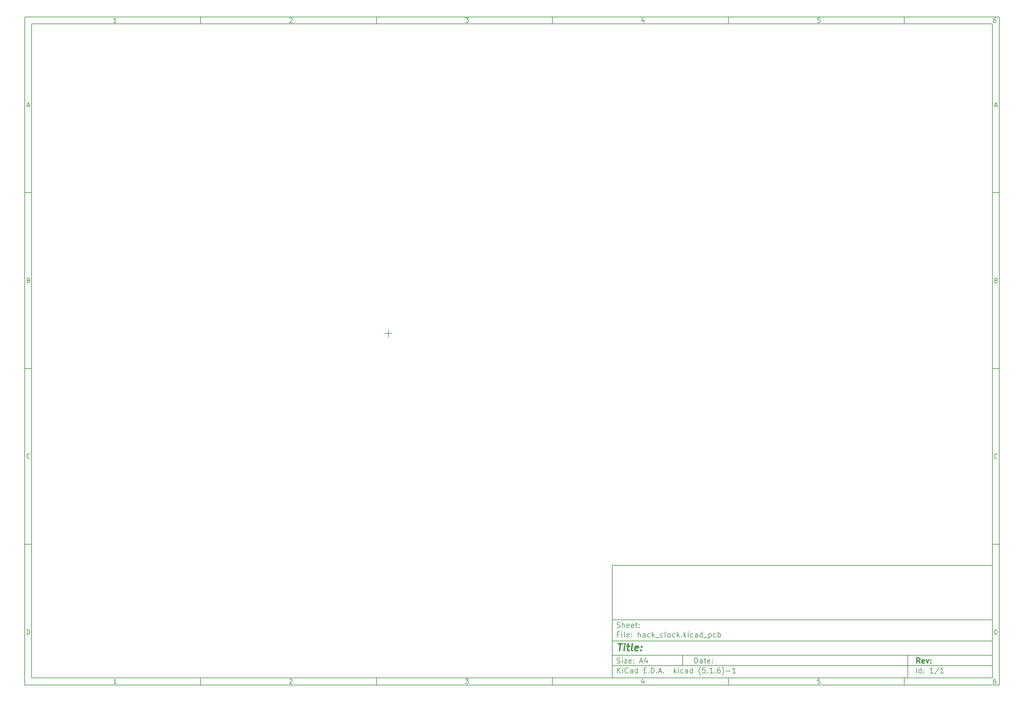
<source format=gbo>
G04 #@! TF.GenerationSoftware,KiCad,Pcbnew,(5.1.6)-1*
G04 #@! TF.CreationDate,2020-07-24T11:40:27+08:00*
G04 #@! TF.ProjectId,hack_clock,6861636b-5f63-46c6-9f63-6b2e6b696361,rev?*
G04 #@! TF.SameCoordinates,Original*
G04 #@! TF.FileFunction,Legend,Bot*
G04 #@! TF.FilePolarity,Positive*
%FSLAX46Y46*%
G04 Gerber Fmt 4.6, Leading zero omitted, Abs format (unit mm)*
G04 Created by KiCad (PCBNEW (5.1.6)-1) date 2020-07-24 11:40:27*
%MOMM*%
%LPD*%
G01*
G04 APERTURE LIST*
%ADD10C,0.150000*%
%ADD11C,0.300000*%
%ADD12C,0.400000*%
%ADD13C,0.200000*%
G04 APERTURE END LIST*
D10*
X177002200Y-166007200D02*
X177002200Y-198007200D01*
X285002200Y-198007200D01*
X285002200Y-166007200D01*
X177002200Y-166007200D01*
X10000000Y-10000000D02*
X10000000Y-200007200D01*
X287002200Y-200007200D01*
X287002200Y-10000000D01*
X10000000Y-10000000D01*
X12000000Y-12000000D02*
X12000000Y-198007200D01*
X285002200Y-198007200D01*
X285002200Y-12000000D01*
X12000000Y-12000000D01*
X60000000Y-12000000D02*
X60000000Y-10000000D01*
X110000000Y-12000000D02*
X110000000Y-10000000D01*
X160000000Y-12000000D02*
X160000000Y-10000000D01*
X210000000Y-12000000D02*
X210000000Y-10000000D01*
X260000000Y-12000000D02*
X260000000Y-10000000D01*
X36065476Y-11588095D02*
X35322619Y-11588095D01*
X35694047Y-11588095D02*
X35694047Y-10288095D01*
X35570238Y-10473809D01*
X35446428Y-10597619D01*
X35322619Y-10659523D01*
X85322619Y-10411904D02*
X85384523Y-10350000D01*
X85508333Y-10288095D01*
X85817857Y-10288095D01*
X85941666Y-10350000D01*
X86003571Y-10411904D01*
X86065476Y-10535714D01*
X86065476Y-10659523D01*
X86003571Y-10845238D01*
X85260714Y-11588095D01*
X86065476Y-11588095D01*
X135260714Y-10288095D02*
X136065476Y-10288095D01*
X135632142Y-10783333D01*
X135817857Y-10783333D01*
X135941666Y-10845238D01*
X136003571Y-10907142D01*
X136065476Y-11030952D01*
X136065476Y-11340476D01*
X136003571Y-11464285D01*
X135941666Y-11526190D01*
X135817857Y-11588095D01*
X135446428Y-11588095D01*
X135322619Y-11526190D01*
X135260714Y-11464285D01*
X185941666Y-10721428D02*
X185941666Y-11588095D01*
X185632142Y-10226190D02*
X185322619Y-11154761D01*
X186127380Y-11154761D01*
X236003571Y-10288095D02*
X235384523Y-10288095D01*
X235322619Y-10907142D01*
X235384523Y-10845238D01*
X235508333Y-10783333D01*
X235817857Y-10783333D01*
X235941666Y-10845238D01*
X236003571Y-10907142D01*
X236065476Y-11030952D01*
X236065476Y-11340476D01*
X236003571Y-11464285D01*
X235941666Y-11526190D01*
X235817857Y-11588095D01*
X235508333Y-11588095D01*
X235384523Y-11526190D01*
X235322619Y-11464285D01*
X285941666Y-10288095D02*
X285694047Y-10288095D01*
X285570238Y-10350000D01*
X285508333Y-10411904D01*
X285384523Y-10597619D01*
X285322619Y-10845238D01*
X285322619Y-11340476D01*
X285384523Y-11464285D01*
X285446428Y-11526190D01*
X285570238Y-11588095D01*
X285817857Y-11588095D01*
X285941666Y-11526190D01*
X286003571Y-11464285D01*
X286065476Y-11340476D01*
X286065476Y-11030952D01*
X286003571Y-10907142D01*
X285941666Y-10845238D01*
X285817857Y-10783333D01*
X285570238Y-10783333D01*
X285446428Y-10845238D01*
X285384523Y-10907142D01*
X285322619Y-11030952D01*
X60000000Y-198007200D02*
X60000000Y-200007200D01*
X110000000Y-198007200D02*
X110000000Y-200007200D01*
X160000000Y-198007200D02*
X160000000Y-200007200D01*
X210000000Y-198007200D02*
X210000000Y-200007200D01*
X260000000Y-198007200D02*
X260000000Y-200007200D01*
X36065476Y-199595295D02*
X35322619Y-199595295D01*
X35694047Y-199595295D02*
X35694047Y-198295295D01*
X35570238Y-198481009D01*
X35446428Y-198604819D01*
X35322619Y-198666723D01*
X85322619Y-198419104D02*
X85384523Y-198357200D01*
X85508333Y-198295295D01*
X85817857Y-198295295D01*
X85941666Y-198357200D01*
X86003571Y-198419104D01*
X86065476Y-198542914D01*
X86065476Y-198666723D01*
X86003571Y-198852438D01*
X85260714Y-199595295D01*
X86065476Y-199595295D01*
X135260714Y-198295295D02*
X136065476Y-198295295D01*
X135632142Y-198790533D01*
X135817857Y-198790533D01*
X135941666Y-198852438D01*
X136003571Y-198914342D01*
X136065476Y-199038152D01*
X136065476Y-199347676D01*
X136003571Y-199471485D01*
X135941666Y-199533390D01*
X135817857Y-199595295D01*
X135446428Y-199595295D01*
X135322619Y-199533390D01*
X135260714Y-199471485D01*
X185941666Y-198728628D02*
X185941666Y-199595295D01*
X185632142Y-198233390D02*
X185322619Y-199161961D01*
X186127380Y-199161961D01*
X236003571Y-198295295D02*
X235384523Y-198295295D01*
X235322619Y-198914342D01*
X235384523Y-198852438D01*
X235508333Y-198790533D01*
X235817857Y-198790533D01*
X235941666Y-198852438D01*
X236003571Y-198914342D01*
X236065476Y-199038152D01*
X236065476Y-199347676D01*
X236003571Y-199471485D01*
X235941666Y-199533390D01*
X235817857Y-199595295D01*
X235508333Y-199595295D01*
X235384523Y-199533390D01*
X235322619Y-199471485D01*
X285941666Y-198295295D02*
X285694047Y-198295295D01*
X285570238Y-198357200D01*
X285508333Y-198419104D01*
X285384523Y-198604819D01*
X285322619Y-198852438D01*
X285322619Y-199347676D01*
X285384523Y-199471485D01*
X285446428Y-199533390D01*
X285570238Y-199595295D01*
X285817857Y-199595295D01*
X285941666Y-199533390D01*
X286003571Y-199471485D01*
X286065476Y-199347676D01*
X286065476Y-199038152D01*
X286003571Y-198914342D01*
X285941666Y-198852438D01*
X285817857Y-198790533D01*
X285570238Y-198790533D01*
X285446428Y-198852438D01*
X285384523Y-198914342D01*
X285322619Y-199038152D01*
X10000000Y-60000000D02*
X12000000Y-60000000D01*
X10000000Y-110000000D02*
X12000000Y-110000000D01*
X10000000Y-160000000D02*
X12000000Y-160000000D01*
X10690476Y-35216666D02*
X11309523Y-35216666D01*
X10566666Y-35588095D02*
X11000000Y-34288095D01*
X11433333Y-35588095D01*
X11092857Y-84907142D02*
X11278571Y-84969047D01*
X11340476Y-85030952D01*
X11402380Y-85154761D01*
X11402380Y-85340476D01*
X11340476Y-85464285D01*
X11278571Y-85526190D01*
X11154761Y-85588095D01*
X10659523Y-85588095D01*
X10659523Y-84288095D01*
X11092857Y-84288095D01*
X11216666Y-84350000D01*
X11278571Y-84411904D01*
X11340476Y-84535714D01*
X11340476Y-84659523D01*
X11278571Y-84783333D01*
X11216666Y-84845238D01*
X11092857Y-84907142D01*
X10659523Y-84907142D01*
X11402380Y-135464285D02*
X11340476Y-135526190D01*
X11154761Y-135588095D01*
X11030952Y-135588095D01*
X10845238Y-135526190D01*
X10721428Y-135402380D01*
X10659523Y-135278571D01*
X10597619Y-135030952D01*
X10597619Y-134845238D01*
X10659523Y-134597619D01*
X10721428Y-134473809D01*
X10845238Y-134350000D01*
X11030952Y-134288095D01*
X11154761Y-134288095D01*
X11340476Y-134350000D01*
X11402380Y-134411904D01*
X10659523Y-185588095D02*
X10659523Y-184288095D01*
X10969047Y-184288095D01*
X11154761Y-184350000D01*
X11278571Y-184473809D01*
X11340476Y-184597619D01*
X11402380Y-184845238D01*
X11402380Y-185030952D01*
X11340476Y-185278571D01*
X11278571Y-185402380D01*
X11154761Y-185526190D01*
X10969047Y-185588095D01*
X10659523Y-185588095D01*
X287002200Y-60000000D02*
X285002200Y-60000000D01*
X287002200Y-110000000D02*
X285002200Y-110000000D01*
X287002200Y-160000000D02*
X285002200Y-160000000D01*
X285692676Y-35216666D02*
X286311723Y-35216666D01*
X285568866Y-35588095D02*
X286002200Y-34288095D01*
X286435533Y-35588095D01*
X286095057Y-84907142D02*
X286280771Y-84969047D01*
X286342676Y-85030952D01*
X286404580Y-85154761D01*
X286404580Y-85340476D01*
X286342676Y-85464285D01*
X286280771Y-85526190D01*
X286156961Y-85588095D01*
X285661723Y-85588095D01*
X285661723Y-84288095D01*
X286095057Y-84288095D01*
X286218866Y-84350000D01*
X286280771Y-84411904D01*
X286342676Y-84535714D01*
X286342676Y-84659523D01*
X286280771Y-84783333D01*
X286218866Y-84845238D01*
X286095057Y-84907142D01*
X285661723Y-84907142D01*
X286404580Y-135464285D02*
X286342676Y-135526190D01*
X286156961Y-135588095D01*
X286033152Y-135588095D01*
X285847438Y-135526190D01*
X285723628Y-135402380D01*
X285661723Y-135278571D01*
X285599819Y-135030952D01*
X285599819Y-134845238D01*
X285661723Y-134597619D01*
X285723628Y-134473809D01*
X285847438Y-134350000D01*
X286033152Y-134288095D01*
X286156961Y-134288095D01*
X286342676Y-134350000D01*
X286404580Y-134411904D01*
X285661723Y-185588095D02*
X285661723Y-184288095D01*
X285971247Y-184288095D01*
X286156961Y-184350000D01*
X286280771Y-184473809D01*
X286342676Y-184597619D01*
X286404580Y-184845238D01*
X286404580Y-185030952D01*
X286342676Y-185278571D01*
X286280771Y-185402380D01*
X286156961Y-185526190D01*
X285971247Y-185588095D01*
X285661723Y-185588095D01*
X200434342Y-193785771D02*
X200434342Y-192285771D01*
X200791485Y-192285771D01*
X201005771Y-192357200D01*
X201148628Y-192500057D01*
X201220057Y-192642914D01*
X201291485Y-192928628D01*
X201291485Y-193142914D01*
X201220057Y-193428628D01*
X201148628Y-193571485D01*
X201005771Y-193714342D01*
X200791485Y-193785771D01*
X200434342Y-193785771D01*
X202577200Y-193785771D02*
X202577200Y-193000057D01*
X202505771Y-192857200D01*
X202362914Y-192785771D01*
X202077200Y-192785771D01*
X201934342Y-192857200D01*
X202577200Y-193714342D02*
X202434342Y-193785771D01*
X202077200Y-193785771D01*
X201934342Y-193714342D01*
X201862914Y-193571485D01*
X201862914Y-193428628D01*
X201934342Y-193285771D01*
X202077200Y-193214342D01*
X202434342Y-193214342D01*
X202577200Y-193142914D01*
X203077200Y-192785771D02*
X203648628Y-192785771D01*
X203291485Y-192285771D02*
X203291485Y-193571485D01*
X203362914Y-193714342D01*
X203505771Y-193785771D01*
X203648628Y-193785771D01*
X204720057Y-193714342D02*
X204577200Y-193785771D01*
X204291485Y-193785771D01*
X204148628Y-193714342D01*
X204077200Y-193571485D01*
X204077200Y-193000057D01*
X204148628Y-192857200D01*
X204291485Y-192785771D01*
X204577200Y-192785771D01*
X204720057Y-192857200D01*
X204791485Y-193000057D01*
X204791485Y-193142914D01*
X204077200Y-193285771D01*
X205434342Y-193642914D02*
X205505771Y-193714342D01*
X205434342Y-193785771D01*
X205362914Y-193714342D01*
X205434342Y-193642914D01*
X205434342Y-193785771D01*
X205434342Y-192857200D02*
X205505771Y-192928628D01*
X205434342Y-193000057D01*
X205362914Y-192928628D01*
X205434342Y-192857200D01*
X205434342Y-193000057D01*
X177002200Y-194507200D02*
X285002200Y-194507200D01*
X178434342Y-196585771D02*
X178434342Y-195085771D01*
X179291485Y-196585771D02*
X178648628Y-195728628D01*
X179291485Y-195085771D02*
X178434342Y-195942914D01*
X179934342Y-196585771D02*
X179934342Y-195585771D01*
X179934342Y-195085771D02*
X179862914Y-195157200D01*
X179934342Y-195228628D01*
X180005771Y-195157200D01*
X179934342Y-195085771D01*
X179934342Y-195228628D01*
X181505771Y-196442914D02*
X181434342Y-196514342D01*
X181220057Y-196585771D01*
X181077200Y-196585771D01*
X180862914Y-196514342D01*
X180720057Y-196371485D01*
X180648628Y-196228628D01*
X180577200Y-195942914D01*
X180577200Y-195728628D01*
X180648628Y-195442914D01*
X180720057Y-195300057D01*
X180862914Y-195157200D01*
X181077200Y-195085771D01*
X181220057Y-195085771D01*
X181434342Y-195157200D01*
X181505771Y-195228628D01*
X182791485Y-196585771D02*
X182791485Y-195800057D01*
X182720057Y-195657200D01*
X182577200Y-195585771D01*
X182291485Y-195585771D01*
X182148628Y-195657200D01*
X182791485Y-196514342D02*
X182648628Y-196585771D01*
X182291485Y-196585771D01*
X182148628Y-196514342D01*
X182077200Y-196371485D01*
X182077200Y-196228628D01*
X182148628Y-196085771D01*
X182291485Y-196014342D01*
X182648628Y-196014342D01*
X182791485Y-195942914D01*
X184148628Y-196585771D02*
X184148628Y-195085771D01*
X184148628Y-196514342D02*
X184005771Y-196585771D01*
X183720057Y-196585771D01*
X183577200Y-196514342D01*
X183505771Y-196442914D01*
X183434342Y-196300057D01*
X183434342Y-195871485D01*
X183505771Y-195728628D01*
X183577200Y-195657200D01*
X183720057Y-195585771D01*
X184005771Y-195585771D01*
X184148628Y-195657200D01*
X186005771Y-195800057D02*
X186505771Y-195800057D01*
X186720057Y-196585771D02*
X186005771Y-196585771D01*
X186005771Y-195085771D01*
X186720057Y-195085771D01*
X187362914Y-196442914D02*
X187434342Y-196514342D01*
X187362914Y-196585771D01*
X187291485Y-196514342D01*
X187362914Y-196442914D01*
X187362914Y-196585771D01*
X188077200Y-196585771D02*
X188077200Y-195085771D01*
X188434342Y-195085771D01*
X188648628Y-195157200D01*
X188791485Y-195300057D01*
X188862914Y-195442914D01*
X188934342Y-195728628D01*
X188934342Y-195942914D01*
X188862914Y-196228628D01*
X188791485Y-196371485D01*
X188648628Y-196514342D01*
X188434342Y-196585771D01*
X188077200Y-196585771D01*
X189577200Y-196442914D02*
X189648628Y-196514342D01*
X189577200Y-196585771D01*
X189505771Y-196514342D01*
X189577200Y-196442914D01*
X189577200Y-196585771D01*
X190220057Y-196157200D02*
X190934342Y-196157200D01*
X190077200Y-196585771D02*
X190577200Y-195085771D01*
X191077200Y-196585771D01*
X191577200Y-196442914D02*
X191648628Y-196514342D01*
X191577200Y-196585771D01*
X191505771Y-196514342D01*
X191577200Y-196442914D01*
X191577200Y-196585771D01*
X194577200Y-196585771D02*
X194577200Y-195085771D01*
X194720057Y-196014342D02*
X195148628Y-196585771D01*
X195148628Y-195585771D02*
X194577200Y-196157200D01*
X195791485Y-196585771D02*
X195791485Y-195585771D01*
X195791485Y-195085771D02*
X195720057Y-195157200D01*
X195791485Y-195228628D01*
X195862914Y-195157200D01*
X195791485Y-195085771D01*
X195791485Y-195228628D01*
X197148628Y-196514342D02*
X197005771Y-196585771D01*
X196720057Y-196585771D01*
X196577200Y-196514342D01*
X196505771Y-196442914D01*
X196434342Y-196300057D01*
X196434342Y-195871485D01*
X196505771Y-195728628D01*
X196577200Y-195657200D01*
X196720057Y-195585771D01*
X197005771Y-195585771D01*
X197148628Y-195657200D01*
X198434342Y-196585771D02*
X198434342Y-195800057D01*
X198362914Y-195657200D01*
X198220057Y-195585771D01*
X197934342Y-195585771D01*
X197791485Y-195657200D01*
X198434342Y-196514342D02*
X198291485Y-196585771D01*
X197934342Y-196585771D01*
X197791485Y-196514342D01*
X197720057Y-196371485D01*
X197720057Y-196228628D01*
X197791485Y-196085771D01*
X197934342Y-196014342D01*
X198291485Y-196014342D01*
X198434342Y-195942914D01*
X199791485Y-196585771D02*
X199791485Y-195085771D01*
X199791485Y-196514342D02*
X199648628Y-196585771D01*
X199362914Y-196585771D01*
X199220057Y-196514342D01*
X199148628Y-196442914D01*
X199077200Y-196300057D01*
X199077200Y-195871485D01*
X199148628Y-195728628D01*
X199220057Y-195657200D01*
X199362914Y-195585771D01*
X199648628Y-195585771D01*
X199791485Y-195657200D01*
X202077200Y-197157200D02*
X202005771Y-197085771D01*
X201862914Y-196871485D01*
X201791485Y-196728628D01*
X201720057Y-196514342D01*
X201648628Y-196157200D01*
X201648628Y-195871485D01*
X201720057Y-195514342D01*
X201791485Y-195300057D01*
X201862914Y-195157200D01*
X202005771Y-194942914D01*
X202077200Y-194871485D01*
X203362914Y-195085771D02*
X202648628Y-195085771D01*
X202577200Y-195800057D01*
X202648628Y-195728628D01*
X202791485Y-195657200D01*
X203148628Y-195657200D01*
X203291485Y-195728628D01*
X203362914Y-195800057D01*
X203434342Y-195942914D01*
X203434342Y-196300057D01*
X203362914Y-196442914D01*
X203291485Y-196514342D01*
X203148628Y-196585771D01*
X202791485Y-196585771D01*
X202648628Y-196514342D01*
X202577200Y-196442914D01*
X204077200Y-196442914D02*
X204148628Y-196514342D01*
X204077200Y-196585771D01*
X204005771Y-196514342D01*
X204077200Y-196442914D01*
X204077200Y-196585771D01*
X205577200Y-196585771D02*
X204720057Y-196585771D01*
X205148628Y-196585771D02*
X205148628Y-195085771D01*
X205005771Y-195300057D01*
X204862914Y-195442914D01*
X204720057Y-195514342D01*
X206220057Y-196442914D02*
X206291485Y-196514342D01*
X206220057Y-196585771D01*
X206148628Y-196514342D01*
X206220057Y-196442914D01*
X206220057Y-196585771D01*
X207577200Y-195085771D02*
X207291485Y-195085771D01*
X207148628Y-195157200D01*
X207077200Y-195228628D01*
X206934342Y-195442914D01*
X206862914Y-195728628D01*
X206862914Y-196300057D01*
X206934342Y-196442914D01*
X207005771Y-196514342D01*
X207148628Y-196585771D01*
X207434342Y-196585771D01*
X207577200Y-196514342D01*
X207648628Y-196442914D01*
X207720057Y-196300057D01*
X207720057Y-195942914D01*
X207648628Y-195800057D01*
X207577200Y-195728628D01*
X207434342Y-195657200D01*
X207148628Y-195657200D01*
X207005771Y-195728628D01*
X206934342Y-195800057D01*
X206862914Y-195942914D01*
X208220057Y-197157200D02*
X208291485Y-197085771D01*
X208434342Y-196871485D01*
X208505771Y-196728628D01*
X208577200Y-196514342D01*
X208648628Y-196157200D01*
X208648628Y-195871485D01*
X208577200Y-195514342D01*
X208505771Y-195300057D01*
X208434342Y-195157200D01*
X208291485Y-194942914D01*
X208220057Y-194871485D01*
X209362914Y-196014342D02*
X210505771Y-196014342D01*
X212005771Y-196585771D02*
X211148628Y-196585771D01*
X211577200Y-196585771D02*
X211577200Y-195085771D01*
X211434342Y-195300057D01*
X211291485Y-195442914D01*
X211148628Y-195514342D01*
X177002200Y-191507200D02*
X285002200Y-191507200D01*
D11*
X264411485Y-193785771D02*
X263911485Y-193071485D01*
X263554342Y-193785771D02*
X263554342Y-192285771D01*
X264125771Y-192285771D01*
X264268628Y-192357200D01*
X264340057Y-192428628D01*
X264411485Y-192571485D01*
X264411485Y-192785771D01*
X264340057Y-192928628D01*
X264268628Y-193000057D01*
X264125771Y-193071485D01*
X263554342Y-193071485D01*
X265625771Y-193714342D02*
X265482914Y-193785771D01*
X265197200Y-193785771D01*
X265054342Y-193714342D01*
X264982914Y-193571485D01*
X264982914Y-193000057D01*
X265054342Y-192857200D01*
X265197200Y-192785771D01*
X265482914Y-192785771D01*
X265625771Y-192857200D01*
X265697200Y-193000057D01*
X265697200Y-193142914D01*
X264982914Y-193285771D01*
X266197200Y-192785771D02*
X266554342Y-193785771D01*
X266911485Y-192785771D01*
X267482914Y-193642914D02*
X267554342Y-193714342D01*
X267482914Y-193785771D01*
X267411485Y-193714342D01*
X267482914Y-193642914D01*
X267482914Y-193785771D01*
X267482914Y-192857200D02*
X267554342Y-192928628D01*
X267482914Y-193000057D01*
X267411485Y-192928628D01*
X267482914Y-192857200D01*
X267482914Y-193000057D01*
D10*
X178362914Y-193714342D02*
X178577200Y-193785771D01*
X178934342Y-193785771D01*
X179077200Y-193714342D01*
X179148628Y-193642914D01*
X179220057Y-193500057D01*
X179220057Y-193357200D01*
X179148628Y-193214342D01*
X179077200Y-193142914D01*
X178934342Y-193071485D01*
X178648628Y-193000057D01*
X178505771Y-192928628D01*
X178434342Y-192857200D01*
X178362914Y-192714342D01*
X178362914Y-192571485D01*
X178434342Y-192428628D01*
X178505771Y-192357200D01*
X178648628Y-192285771D01*
X179005771Y-192285771D01*
X179220057Y-192357200D01*
X179862914Y-193785771D02*
X179862914Y-192785771D01*
X179862914Y-192285771D02*
X179791485Y-192357200D01*
X179862914Y-192428628D01*
X179934342Y-192357200D01*
X179862914Y-192285771D01*
X179862914Y-192428628D01*
X180434342Y-192785771D02*
X181220057Y-192785771D01*
X180434342Y-193785771D01*
X181220057Y-193785771D01*
X182362914Y-193714342D02*
X182220057Y-193785771D01*
X181934342Y-193785771D01*
X181791485Y-193714342D01*
X181720057Y-193571485D01*
X181720057Y-193000057D01*
X181791485Y-192857200D01*
X181934342Y-192785771D01*
X182220057Y-192785771D01*
X182362914Y-192857200D01*
X182434342Y-193000057D01*
X182434342Y-193142914D01*
X181720057Y-193285771D01*
X183077200Y-193642914D02*
X183148628Y-193714342D01*
X183077200Y-193785771D01*
X183005771Y-193714342D01*
X183077200Y-193642914D01*
X183077200Y-193785771D01*
X183077200Y-192857200D02*
X183148628Y-192928628D01*
X183077200Y-193000057D01*
X183005771Y-192928628D01*
X183077200Y-192857200D01*
X183077200Y-193000057D01*
X184862914Y-193357200D02*
X185577200Y-193357200D01*
X184720057Y-193785771D02*
X185220057Y-192285771D01*
X185720057Y-193785771D01*
X186862914Y-192785771D02*
X186862914Y-193785771D01*
X186505771Y-192214342D02*
X186148628Y-193285771D01*
X187077200Y-193285771D01*
X263434342Y-196585771D02*
X263434342Y-195085771D01*
X264791485Y-196585771D02*
X264791485Y-195085771D01*
X264791485Y-196514342D02*
X264648628Y-196585771D01*
X264362914Y-196585771D01*
X264220057Y-196514342D01*
X264148628Y-196442914D01*
X264077200Y-196300057D01*
X264077200Y-195871485D01*
X264148628Y-195728628D01*
X264220057Y-195657200D01*
X264362914Y-195585771D01*
X264648628Y-195585771D01*
X264791485Y-195657200D01*
X265505771Y-196442914D02*
X265577200Y-196514342D01*
X265505771Y-196585771D01*
X265434342Y-196514342D01*
X265505771Y-196442914D01*
X265505771Y-196585771D01*
X265505771Y-195657200D02*
X265577200Y-195728628D01*
X265505771Y-195800057D01*
X265434342Y-195728628D01*
X265505771Y-195657200D01*
X265505771Y-195800057D01*
X268148628Y-196585771D02*
X267291485Y-196585771D01*
X267720057Y-196585771D02*
X267720057Y-195085771D01*
X267577200Y-195300057D01*
X267434342Y-195442914D01*
X267291485Y-195514342D01*
X269862914Y-195014342D02*
X268577200Y-196942914D01*
X271148628Y-196585771D02*
X270291485Y-196585771D01*
X270720057Y-196585771D02*
X270720057Y-195085771D01*
X270577200Y-195300057D01*
X270434342Y-195442914D01*
X270291485Y-195514342D01*
X177002200Y-187507200D02*
X285002200Y-187507200D01*
D12*
X178714580Y-188211961D02*
X179857438Y-188211961D01*
X179036009Y-190211961D02*
X179286009Y-188211961D01*
X180274104Y-190211961D02*
X180440771Y-188878628D01*
X180524104Y-188211961D02*
X180416961Y-188307200D01*
X180500295Y-188402438D01*
X180607438Y-188307200D01*
X180524104Y-188211961D01*
X180500295Y-188402438D01*
X181107438Y-188878628D02*
X181869342Y-188878628D01*
X181476485Y-188211961D02*
X181262200Y-189926247D01*
X181333628Y-190116723D01*
X181512200Y-190211961D01*
X181702676Y-190211961D01*
X182655057Y-190211961D02*
X182476485Y-190116723D01*
X182405057Y-189926247D01*
X182619342Y-188211961D01*
X184190771Y-190116723D02*
X183988390Y-190211961D01*
X183607438Y-190211961D01*
X183428866Y-190116723D01*
X183357438Y-189926247D01*
X183452676Y-189164342D01*
X183571723Y-188973866D01*
X183774104Y-188878628D01*
X184155057Y-188878628D01*
X184333628Y-188973866D01*
X184405057Y-189164342D01*
X184381247Y-189354819D01*
X183405057Y-189545295D01*
X185155057Y-190021485D02*
X185238390Y-190116723D01*
X185131247Y-190211961D01*
X185047914Y-190116723D01*
X185155057Y-190021485D01*
X185131247Y-190211961D01*
X185286009Y-188973866D02*
X185369342Y-189069104D01*
X185262200Y-189164342D01*
X185178866Y-189069104D01*
X185286009Y-188973866D01*
X185262200Y-189164342D01*
D10*
X178934342Y-185600057D02*
X178434342Y-185600057D01*
X178434342Y-186385771D02*
X178434342Y-184885771D01*
X179148628Y-184885771D01*
X179720057Y-186385771D02*
X179720057Y-185385771D01*
X179720057Y-184885771D02*
X179648628Y-184957200D01*
X179720057Y-185028628D01*
X179791485Y-184957200D01*
X179720057Y-184885771D01*
X179720057Y-185028628D01*
X180648628Y-186385771D02*
X180505771Y-186314342D01*
X180434342Y-186171485D01*
X180434342Y-184885771D01*
X181791485Y-186314342D02*
X181648628Y-186385771D01*
X181362914Y-186385771D01*
X181220057Y-186314342D01*
X181148628Y-186171485D01*
X181148628Y-185600057D01*
X181220057Y-185457200D01*
X181362914Y-185385771D01*
X181648628Y-185385771D01*
X181791485Y-185457200D01*
X181862914Y-185600057D01*
X181862914Y-185742914D01*
X181148628Y-185885771D01*
X182505771Y-186242914D02*
X182577200Y-186314342D01*
X182505771Y-186385771D01*
X182434342Y-186314342D01*
X182505771Y-186242914D01*
X182505771Y-186385771D01*
X182505771Y-185457200D02*
X182577200Y-185528628D01*
X182505771Y-185600057D01*
X182434342Y-185528628D01*
X182505771Y-185457200D01*
X182505771Y-185600057D01*
X184362914Y-186385771D02*
X184362914Y-184885771D01*
X185005771Y-186385771D02*
X185005771Y-185600057D01*
X184934342Y-185457200D01*
X184791485Y-185385771D01*
X184577200Y-185385771D01*
X184434342Y-185457200D01*
X184362914Y-185528628D01*
X186362914Y-186385771D02*
X186362914Y-185600057D01*
X186291485Y-185457200D01*
X186148628Y-185385771D01*
X185862914Y-185385771D01*
X185720057Y-185457200D01*
X186362914Y-186314342D02*
X186220057Y-186385771D01*
X185862914Y-186385771D01*
X185720057Y-186314342D01*
X185648628Y-186171485D01*
X185648628Y-186028628D01*
X185720057Y-185885771D01*
X185862914Y-185814342D01*
X186220057Y-185814342D01*
X186362914Y-185742914D01*
X187720057Y-186314342D02*
X187577200Y-186385771D01*
X187291485Y-186385771D01*
X187148628Y-186314342D01*
X187077200Y-186242914D01*
X187005771Y-186100057D01*
X187005771Y-185671485D01*
X187077200Y-185528628D01*
X187148628Y-185457200D01*
X187291485Y-185385771D01*
X187577200Y-185385771D01*
X187720057Y-185457200D01*
X188362914Y-186385771D02*
X188362914Y-184885771D01*
X188505771Y-185814342D02*
X188934342Y-186385771D01*
X188934342Y-185385771D02*
X188362914Y-185957200D01*
X189220057Y-186528628D02*
X190362914Y-186528628D01*
X191362914Y-186314342D02*
X191220057Y-186385771D01*
X190934342Y-186385771D01*
X190791485Y-186314342D01*
X190720057Y-186242914D01*
X190648628Y-186100057D01*
X190648628Y-185671485D01*
X190720057Y-185528628D01*
X190791485Y-185457200D01*
X190934342Y-185385771D01*
X191220057Y-185385771D01*
X191362914Y-185457200D01*
X192220057Y-186385771D02*
X192077200Y-186314342D01*
X192005771Y-186171485D01*
X192005771Y-184885771D01*
X193005771Y-186385771D02*
X192862914Y-186314342D01*
X192791485Y-186242914D01*
X192720057Y-186100057D01*
X192720057Y-185671485D01*
X192791485Y-185528628D01*
X192862914Y-185457200D01*
X193005771Y-185385771D01*
X193220057Y-185385771D01*
X193362914Y-185457200D01*
X193434342Y-185528628D01*
X193505771Y-185671485D01*
X193505771Y-186100057D01*
X193434342Y-186242914D01*
X193362914Y-186314342D01*
X193220057Y-186385771D01*
X193005771Y-186385771D01*
X194791485Y-186314342D02*
X194648628Y-186385771D01*
X194362914Y-186385771D01*
X194220057Y-186314342D01*
X194148628Y-186242914D01*
X194077200Y-186100057D01*
X194077200Y-185671485D01*
X194148628Y-185528628D01*
X194220057Y-185457200D01*
X194362914Y-185385771D01*
X194648628Y-185385771D01*
X194791485Y-185457200D01*
X195434342Y-186385771D02*
X195434342Y-184885771D01*
X195577200Y-185814342D02*
X196005771Y-186385771D01*
X196005771Y-185385771D02*
X195434342Y-185957200D01*
X196648628Y-186242914D02*
X196720057Y-186314342D01*
X196648628Y-186385771D01*
X196577200Y-186314342D01*
X196648628Y-186242914D01*
X196648628Y-186385771D01*
X197362914Y-186385771D02*
X197362914Y-184885771D01*
X197505771Y-185814342D02*
X197934342Y-186385771D01*
X197934342Y-185385771D02*
X197362914Y-185957200D01*
X198577200Y-186385771D02*
X198577200Y-185385771D01*
X198577200Y-184885771D02*
X198505771Y-184957200D01*
X198577200Y-185028628D01*
X198648628Y-184957200D01*
X198577200Y-184885771D01*
X198577200Y-185028628D01*
X199934342Y-186314342D02*
X199791485Y-186385771D01*
X199505771Y-186385771D01*
X199362914Y-186314342D01*
X199291485Y-186242914D01*
X199220057Y-186100057D01*
X199220057Y-185671485D01*
X199291485Y-185528628D01*
X199362914Y-185457200D01*
X199505771Y-185385771D01*
X199791485Y-185385771D01*
X199934342Y-185457200D01*
X201220057Y-186385771D02*
X201220057Y-185600057D01*
X201148628Y-185457200D01*
X201005771Y-185385771D01*
X200720057Y-185385771D01*
X200577200Y-185457200D01*
X201220057Y-186314342D02*
X201077200Y-186385771D01*
X200720057Y-186385771D01*
X200577200Y-186314342D01*
X200505771Y-186171485D01*
X200505771Y-186028628D01*
X200577200Y-185885771D01*
X200720057Y-185814342D01*
X201077200Y-185814342D01*
X201220057Y-185742914D01*
X202577200Y-186385771D02*
X202577200Y-184885771D01*
X202577200Y-186314342D02*
X202434342Y-186385771D01*
X202148628Y-186385771D01*
X202005771Y-186314342D01*
X201934342Y-186242914D01*
X201862914Y-186100057D01*
X201862914Y-185671485D01*
X201934342Y-185528628D01*
X202005771Y-185457200D01*
X202148628Y-185385771D01*
X202434342Y-185385771D01*
X202577200Y-185457200D01*
X202934342Y-186528628D02*
X204077200Y-186528628D01*
X204434342Y-185385771D02*
X204434342Y-186885771D01*
X204434342Y-185457200D02*
X204577200Y-185385771D01*
X204862914Y-185385771D01*
X205005771Y-185457200D01*
X205077200Y-185528628D01*
X205148628Y-185671485D01*
X205148628Y-186100057D01*
X205077200Y-186242914D01*
X205005771Y-186314342D01*
X204862914Y-186385771D01*
X204577200Y-186385771D01*
X204434342Y-186314342D01*
X206434342Y-186314342D02*
X206291485Y-186385771D01*
X206005771Y-186385771D01*
X205862914Y-186314342D01*
X205791485Y-186242914D01*
X205720057Y-186100057D01*
X205720057Y-185671485D01*
X205791485Y-185528628D01*
X205862914Y-185457200D01*
X206005771Y-185385771D01*
X206291485Y-185385771D01*
X206434342Y-185457200D01*
X207077200Y-186385771D02*
X207077200Y-184885771D01*
X207077200Y-185457200D02*
X207220057Y-185385771D01*
X207505771Y-185385771D01*
X207648628Y-185457200D01*
X207720057Y-185528628D01*
X207791485Y-185671485D01*
X207791485Y-186100057D01*
X207720057Y-186242914D01*
X207648628Y-186314342D01*
X207505771Y-186385771D01*
X207220057Y-186385771D01*
X207077200Y-186314342D01*
X177002200Y-181507200D02*
X285002200Y-181507200D01*
X178362914Y-183614342D02*
X178577200Y-183685771D01*
X178934342Y-183685771D01*
X179077200Y-183614342D01*
X179148628Y-183542914D01*
X179220057Y-183400057D01*
X179220057Y-183257200D01*
X179148628Y-183114342D01*
X179077200Y-183042914D01*
X178934342Y-182971485D01*
X178648628Y-182900057D01*
X178505771Y-182828628D01*
X178434342Y-182757200D01*
X178362914Y-182614342D01*
X178362914Y-182471485D01*
X178434342Y-182328628D01*
X178505771Y-182257200D01*
X178648628Y-182185771D01*
X179005771Y-182185771D01*
X179220057Y-182257200D01*
X179862914Y-183685771D02*
X179862914Y-182185771D01*
X180505771Y-183685771D02*
X180505771Y-182900057D01*
X180434342Y-182757200D01*
X180291485Y-182685771D01*
X180077200Y-182685771D01*
X179934342Y-182757200D01*
X179862914Y-182828628D01*
X181791485Y-183614342D02*
X181648628Y-183685771D01*
X181362914Y-183685771D01*
X181220057Y-183614342D01*
X181148628Y-183471485D01*
X181148628Y-182900057D01*
X181220057Y-182757200D01*
X181362914Y-182685771D01*
X181648628Y-182685771D01*
X181791485Y-182757200D01*
X181862914Y-182900057D01*
X181862914Y-183042914D01*
X181148628Y-183185771D01*
X183077200Y-183614342D02*
X182934342Y-183685771D01*
X182648628Y-183685771D01*
X182505771Y-183614342D01*
X182434342Y-183471485D01*
X182434342Y-182900057D01*
X182505771Y-182757200D01*
X182648628Y-182685771D01*
X182934342Y-182685771D01*
X183077200Y-182757200D01*
X183148628Y-182900057D01*
X183148628Y-183042914D01*
X182434342Y-183185771D01*
X183577200Y-182685771D02*
X184148628Y-182685771D01*
X183791485Y-182185771D02*
X183791485Y-183471485D01*
X183862914Y-183614342D01*
X184005771Y-183685771D01*
X184148628Y-183685771D01*
X184648628Y-183542914D02*
X184720057Y-183614342D01*
X184648628Y-183685771D01*
X184577200Y-183614342D01*
X184648628Y-183542914D01*
X184648628Y-183685771D01*
X184648628Y-182757200D02*
X184720057Y-182828628D01*
X184648628Y-182900057D01*
X184577200Y-182828628D01*
X184648628Y-182757200D01*
X184648628Y-182900057D01*
X197002200Y-191507200D02*
X197002200Y-194507200D01*
X261002200Y-191507200D02*
X261002200Y-198007200D01*
D13*
X114400000Y-100000000D02*
X112400000Y-100000000D01*
X113400000Y-99000000D02*
X113400000Y-101000000D01*
M02*

</source>
